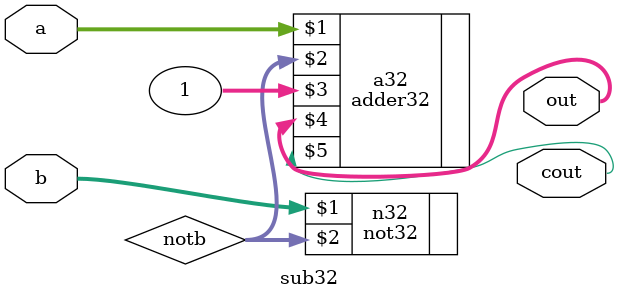
<source format=sv>
`timescale 1ns / 1ps

module sub32(
    input [31:0] a,
    input [31:0] b,
    output reg [31:0] out,
    output reg cout
    );
    
    int notb;
    
    not32 n32(b, notb);
    adder32 a32(a, notb, 1, out, cout);

    
endmodule

</source>
